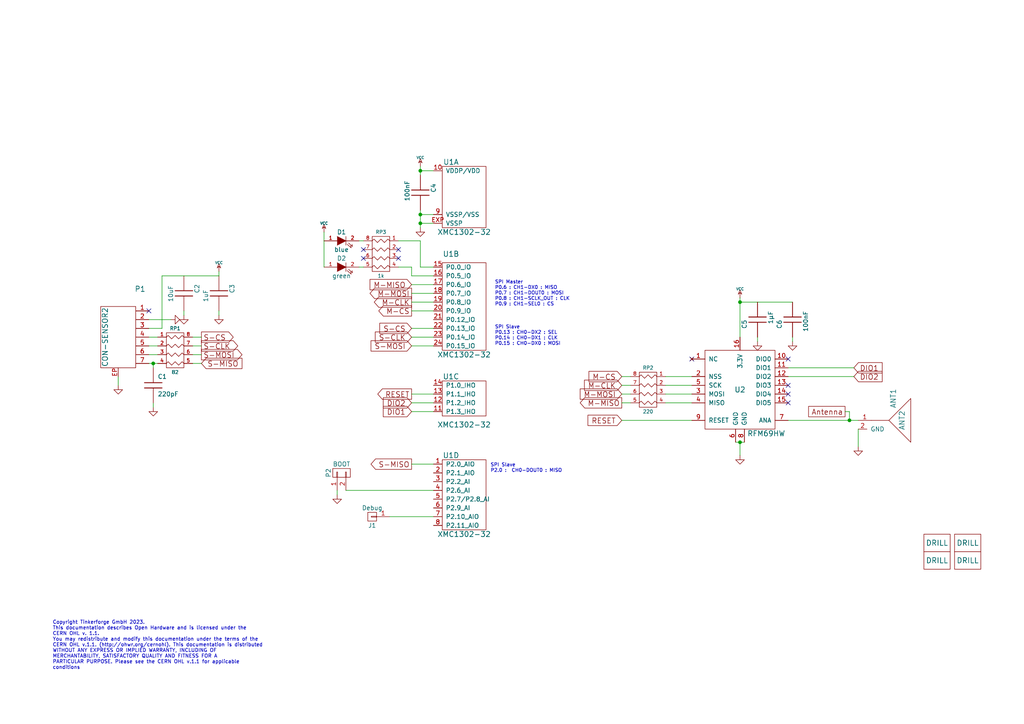
<source format=kicad_sch>
(kicad_sch (version 20211123) (generator eeschema)
  (paper "A4")
  (title_block (title "Remote Bricklet") (date "2023-01-27") (rev "2.0") (company "Tinkerforge GmbH") (comment 1 "Licensed under CERN OHL v.1.1") (comment 2 "Copyright (©) 2023, B.Nordmeyer <bastian@tinkerforge.com>"))
  (lib_symbols
    (symbol "tinkerforge:ANT2" (pin_names (offset 1.016))
      (property "Reference" "ANT" (at -6.35 3.81 0))
      (property "Value" "ANT2" (at 0 6.35 0))
      (symbol "ANT2_0_1"
        (polyline (pts (xy 0 -2.54) (xy 0 2.54) (xy -6.35 8.89) (xy 6.35 8.89) (xy 0 2.54)))
      )
      (symbol "ANT2_1_1"
        (pin passive line (at 0 -6.35 90) (length 3.81) (name "~") (number "1"))
        (pin input line (at 2.54 -6.35 90) (length 2.54) (name "GND") (number "2"))
      )
    )
    (symbol "tinkerforge:C" (pin_numbers hide) (pin_names (offset 0.254))
      (property "Reference" "C" (at 1.27 2.54 0))
      (property "Value" "C" (at 1.27 -2.54 0))
      (symbol "C_0_1"
        (polyline (pts (xy -2.54 -0.762) (xy 2.54 -0.762)) (stroke (width 0.254)))
        (polyline (pts (xy -2.54 0.762) (xy 2.54 0.762)) (stroke (width 0.254)))
      )
      (symbol "C_1_1"
        (pin passive line (at 0 5.08 270) (length 4.318) (name "~") (number "1"))
        (pin passive line (at 0 -5.08 90) (length 4.318) (name "~") (number "2"))
      )
    )
    (symbol "tinkerforge:CON-SENSOR2" (pin_names (offset 1.016))
      (property "Reference" "P" (at -3.81 10.16 0))
      (property "Value" "CON-SENSOR2" (at 3.81 0 90))
      (symbol "CON-SENSOR2_0_1"
        (rectangle (start -5.08 8.89) (end 5.08 -8.89))
      )
      (symbol "CON-SENSOR2_1_1"
        (pin passive line (at -8.89 7.62 0) (length 3.81) (name "~") (number "1"))
        (pin passive line (at -8.89 5.08 0) (length 3.81) (name "~") (number "2"))
        (pin passive line (at -8.89 2.54 0) (length 3.81) (name "~") (number "3"))
        (pin passive line (at -8.89 0 0) (length 3.81) (name "~") (number "4"))
        (pin passive line (at -8.89 -2.54 0) (length 3.81) (name "~") (number "5"))
        (pin passive line (at -8.89 -5.08 0) (length 3.81) (name "~") (number "6"))
        (pin passive line (at -8.89 -7.62 0) (length 3.81) (name "~") (number "7"))
        (pin passive line (at 0 -11.43 90) (length 2.54) (name "~") (number "EP"))
      )
    )
    (symbol "tinkerforge:CONN_01X01" (pin_names (offset 1.016) hide)
      (property "Reference" "P" (at 0 2.54 0))
      (property "Value" "CONN_01X01" (at 2.54 0 90))
      (symbol "CONN_01X01_0_1"
        (rectangle (start -1.27 0.127) (end 0.254 -0.127))
        (rectangle (start -1.27 1.27) (end 1.27 -1.27))
      )
      (symbol "CONN_01X01_1_1"
        (pin passive line (at -5.08 0 0) (length 3.81) (name "P1") (number "1"))
      )
    )
    (symbol "tinkerforge:CONN_01X02" (pin_names (offset 1.016) hide)
      (property "Reference" "P" (at 0 3.81 0))
      (property "Value" "CONN_01X02" (at 2.54 0 90))
      (symbol "CONN_01X02_0_1"
        (rectangle (start -1.27 -1.143) (end 0.254 -1.397))
        (rectangle (start -1.27 1.397) (end 0.254 1.143))
        (rectangle (start -1.27 2.54) (end 1.27 -2.54))
      )
      (symbol "CONN_01X02_1_1"
        (pin passive line (at -5.08 1.27 0) (length 3.81) (name "P1") (number "1"))
        (pin passive line (at -5.08 -1.27 0) (length 3.81) (name "P2") (number "2"))
      )
    )
    (symbol "tinkerforge:DRILL" (pin_numbers hide) (pin_names (offset 0) hide)
      (property "Value" "DRILL" (at 0 0 0))
      (symbol "DRILL_0_1"
        (rectangle (start -3.81 2.54) (end 3.81 -2.54))
      )
    )
    (symbol "tinkerforge:GND" (power) (pin_names (offset 0))
      (property "Value" "GND" (at 0 -5.08 0))
      (symbol "GND_0_1"
        (polyline (pts (xy 0 0) (xy 0 -1.27) (xy 1.27 -1.27) (xy 0 -2.54) (xy -1.27 -1.27) (xy 0 -1.27)))
      )
      (symbol "GND_1_1"
        (pin power_in line (at 0 0 270) (length 0) hide (name "GND") (number "1"))
      )
    )
    (symbol "tinkerforge:LED" (pin_names (offset 1.016) hide)
      (property "Reference" "D" (at 0 2.54 0))
      (property "Value" "LED" (at 0 -2.54 0))
      (symbol "LED_0_1"
        (polyline (pts (xy 1.27 1.27) (xy 1.27 -1.27)))
        (polyline (pts (xy -1.27 1.27) (xy 1.27 0) (xy -1.27 -1.27)) (fill (type outline)))
        (polyline (pts (xy 1.651 -1.016) (xy 2.794 -2.032) (xy 2.667 -1.397)))
        (polyline (pts (xy 2.032 -0.635) (xy 3.175 -1.651) (xy 3.048 -1.016)))
      )
      (symbol "LED_1_1"
        (pin passive line (at -5.08 0 0) (length 3.81) (name "A") (number "1"))
        (pin passive line (at 5.08 0 180) (length 3.81) (name "K") (number "2"))
      )
    )
    (symbol "tinkerforge:RFM69HW" (pin_names (offset 1.016))
      (property "Reference" "U" (at -8.89 13.97 0))
      (property "Value" "RFM69HW" (at 7.62 -12.7 0))
      (symbol "RFM69HW_0_1"
        (rectangle (start -10.16 11.43) (end 10.16 -11.43))
      )
      (symbol "RFM69HW_1_1"
        (pin no_connect line (at -13.97 8.89 0) (length 3.81) (name "NC") (number "1"))
        (pin passive line (at 13.97 8.89 180) (length 3.81) (name "DIO0") (number "10"))
        (pin passive line (at 13.97 6.35 180) (length 3.81) (name "DIO1") (number "11"))
        (pin passive line (at 13.97 3.81 180) (length 3.81) (name "DIO2") (number "12"))
        (pin passive line (at 13.97 1.27 180) (length 3.81) (name "DIO3") (number "13"))
        (pin passive line (at 13.97 -1.27 180) (length 3.81) (name "DIO4") (number "14"))
        (pin passive line (at 13.97 -3.81 180) (length 3.81) (name "DIO5") (number "15"))
        (pin passive line (at 0 15.24 270) (length 3.81) (name "3.3V") (number "16"))
        (pin passive line (at -13.97 3.81 0) (length 3.81) (name "NSS") (number "2"))
        (pin passive line (at -13.97 -1.27 0) (length 3.81) (name "MOSI") (number "3"))
        (pin passive line (at -13.97 -3.81 0) (length 3.81) (name "MISO") (number "4"))
        (pin passive line (at -13.97 1.27 0) (length 3.81) (name "SCK") (number "5"))
        (pin passive line (at -1.27 -15.24 90) (length 3.81) (name "GND") (number "6"))
        (pin passive line (at 13.97 -8.89 180) (length 3.81) (name "ANA") (number "7"))
        (pin passive line (at 1.27 -15.24 90) (length 3.81) (name "GND") (number "8"))
        (pin passive line (at -13.97 -8.89 0) (length 3.81) (name "RESET") (number "9"))
      )
    )
    (symbol "tinkerforge:R_PACK4" (pin_names hide)
      (property "Reference" "RP" (at 0 11.43 0))
      (property "Value" "R_PACK4" (at 0 -1.27 0))
      (symbol "R_PACK4_0_1"
        (polyline (pts (xy -2.54 10.16) (xy -2.54 0) (xy 2.54 0) (xy 2.54 10.16) (xy -2.54 10.16)))
        (polyline (pts (xy -2.54 1.27) (xy -2.032 1.778) (xy -1.016 0.762) (xy 0 1.778) (xy 1.016 0.762) (xy 2.032 1.778) (xy 2.54 1.27)))
        (polyline (pts (xy -2.54 3.81) (xy -2.032 4.318) (xy -1.016 3.302) (xy 0 4.318) (xy 1.016 3.302) (xy 2.032 4.318) (xy 2.54 3.81)))
        (polyline (pts (xy -2.54 6.35) (xy -2.032 6.858) (xy -1.016 5.842) (xy 0 6.858) (xy 1.016 5.842) (xy 2.032 6.858) (xy 2.54 6.35)))
        (polyline (pts (xy -2.54 8.89) (xy -2.032 9.398) (xy -1.016 8.382) (xy 0 9.398) (xy 1.016 8.382) (xy 2.032 9.398) (xy 2.54 8.89)))
      )
      (symbol "R_PACK4_1_1"
        (pin passive line (at -5.08 8.89 0) (length 2.54) (name "P1") (number "1"))
        (pin passive line (at -5.08 6.35 0) (length 2.54) (name "P2") (number "2"))
        (pin passive line (at -5.08 3.81 0) (length 2.54) (name "P3") (number "3"))
        (pin passive line (at -5.08 1.27 0) (length 2.54) (name "P4") (number "4"))
        (pin passive line (at 5.08 1.27 180) (length 2.54) (name "R4") (number "5"))
        (pin passive line (at 5.08 3.81 180) (length 2.54) (name "R3") (number "6"))
        (pin passive line (at 5.08 6.35 180) (length 2.54) (name "R2") (number "7"))
        (pin passive line (at 5.08 8.89 180) (length 2.54) (name "R1") (number "8"))
      )
    )
    (symbol "tinkerforge:VCC" (power) (pin_names (offset 0))
      (property "Value" "VCC" (at 0 3.175 0))
      (symbol "VCC_0_0"
        (pin power_in line (at 0 0 90) (length 0) hide (name "VCC") (number "1"))
      )
      (symbol "VCC_0_1"
        (polyline (pts (xy 0 1.524) (xy 0 0)))
        (polyline (pts (xy 0 1.524) (xy 0.508 1.016) (xy 0 2.286) (xy -0.508 1.016) (xy 0 1.524) (xy 0 1.524)))
      )
    )
    (symbol "tinkerforge:XMC1XXX24" (pin_names (offset 1.016))
      (property "Reference" "U" (at -3.81 15.24 0))
      (property "Value" "XMC1XXX24" (at 0 -16.51 0))
      (symbol "XMC1XXX24_1_1"
        (rectangle (start -6.35 8.89) (end 6.35 -8.89))
        (pin passive line (at -8.89 7.62 0) (length 2.54) (name "VDDP/VDD") (number "10"))
        (pin passive line (at -8.89 -5.08 0) (length 2.54) (name "VSSP/VSS") (number "9"))
        (pin passive line (at -8.89 -7.62 0) (length 2.54) (name "VSSP") (number "EXP"))
      )
      (symbol "XMC1XXX24_2_1"
        (rectangle (start -6.35 12.7) (end 6.35 -12.7))
        (pin passive line (at -8.89 11.43 0) (length 2.54) (name "P0.0_IO") (number "15"))
        (pin passive line (at -8.89 8.89 0) (length 2.54) (name "P0.5_IO") (number "16"))
        (pin passive line (at -8.89 6.35 0) (length 2.54) (name "P0.6_IO") (number "17"))
        (pin passive line (at -8.89 3.81 0) (length 2.54) (name "P0.7_IO") (number "18"))
        (pin passive line (at -8.89 1.27 0) (length 2.54) (name "P0.8_IO") (number "19"))
        (pin passive line (at -8.89 -1.27 0) (length 2.54) (name "P0.9_IO") (number "20"))
        (pin passive line (at -8.89 -3.81 0) (length 2.54) (name "P0.12_IO") (number "21"))
        (pin passive line (at -8.89 -6.35 0) (length 2.54) (name "P0.13_IO") (number "22"))
        (pin passive line (at -8.89 -8.89 0) (length 2.54) (name "P0.14_IO") (number "23"))
        (pin passive line (at -8.89 -11.43 0) (length 2.54) (name "P0.15_IO") (number "24"))
      )
      (symbol "XMC1XXX24_3_1"
        (rectangle (start -6.35 5.08) (end 6.35 -5.08))
        (pin passive line (at -8.89 -3.81 0) (length 2.54) (name "P1.3_IHO") (number "11"))
        (pin passive line (at -8.89 -1.27 0) (length 2.54) (name "P1.2_IHO") (number "12"))
        (pin passive line (at -8.89 1.27 0) (length 2.54) (name "P1.1_IHO") (number "13"))
        (pin passive line (at -8.89 3.81 0) (length 2.54) (name "P1.0_IHO") (number "14"))
      )
      (symbol "XMC1XXX24_4_1"
        (rectangle (start -6.35 10.16) (end 6.35 -10.16))
        (pin passive line (at -8.89 8.89 0) (length 2.54) (name "P2.0_AIO") (number "1"))
        (pin passive line (at -8.89 6.35 0) (length 2.54) (name "P2.1_AIO") (number "2"))
        (pin passive line (at -8.89 3.81 0) (length 2.54) (name "P2.2_AI") (number "3"))
        (pin passive line (at -8.89 1.27 0) (length 2.54) (name "P2.6_AI") (number "4"))
        (pin passive line (at -8.89 -1.27 0) (length 2.54) (name "P2.7/P2.8_AI") (number "5"))
        (pin passive line (at -8.89 -3.81 0) (length 2.54) (name "P2.9_AI") (number "6"))
        (pin passive line (at -8.89 -6.35 0) (length 2.54) (name "P2.10_AIO") (number "7"))
        (pin passive line (at -8.89 -8.89 0) (length 2.54) (name "P2.11_AIO") (number "8"))
      )
    )
  )
  (junction (at 121.92 49.53))
  (junction (at 121.92 64.77))
  (junction (at 121.92 62.23))
  (junction (at 44.45 105.41))
  (junction (at 214.63 128.27))
  (junction (at 246.38 121.92))
  (junction (at 214.63 87.63))
  (no_connect (at 228.6 116.84))
  (no_connect (at 228.6 111.76))
  (no_connect (at 115.57 72.39))
  (no_connect (at 43.18 90.17))
  (no_connect (at 228.6 114.3))
  (no_connect (at 105.41 72.39))
  (no_connect (at 200.66 104.14))
  (no_connect (at 115.57 74.93))
  (no_connect (at 228.6 104.14))
  (no_connect (at 105.41 74.93))
  (wire (pts (xy 44.45 118.11) (xy 44.45 116.84)))
  (wire (pts (xy 246.38 121.92) (xy 248.92 121.92)))
  (wire (pts (xy 121.92 48.26) (xy 121.92 49.53)))
  (wire (pts (xy 228.6 121.92) (xy 246.38 121.92)))
  (wire (pts (xy 214.63 86.36) (xy 214.63 87.63)))
  (wire (pts (xy 121.92 64.77) (xy 121.92 62.23)))
  (wire (pts (xy 113.03 149.86) (xy 125.73 149.86)))
  (wire (pts (xy 125.73 97.79) (xy 119.38 97.79)))
  (wire (pts (xy 214.63 128.27) (xy 215.9 128.27)))
  (wire (pts (xy 58.42 105.41) (xy 55.88 105.41)))
  (wire (pts (xy 121.92 49.53) (xy 121.92 50.8)))
  (wire (pts (xy 248.92 129.54) (xy 248.92 124.46)))
  (wire (pts (xy 44.45 105.41) (xy 43.18 105.41)))
  (wire (pts (xy 45.72 100.33) (xy 43.18 100.33)))
  (wire (pts (xy 200.66 114.3) (xy 193.04 114.3)))
  (wire (pts (xy 214.63 128.27) (xy 214.63 132.08)))
  (wire (pts (xy 125.73 64.77) (xy 121.92 64.77)))
  (wire (pts (xy 46.99 80.01) (xy 63.5 80.01)))
  (wire (pts (xy 119.38 116.84) (xy 125.73 116.84)))
  (wire (pts (xy 125.73 49.53) (xy 121.92 49.53)))
  (wire (pts (xy 180.34 109.22) (xy 182.88 109.22)))
  (wire (pts (xy 125.73 119.38) (xy 119.38 119.38)))
  (wire (pts (xy 43.18 97.79) (xy 45.72 97.79)))
  (wire (pts (xy 34.29 111.76) (xy 34.29 109.22)))
  (wire (pts (xy 119.38 95.25) (xy 125.73 95.25)))
  (wire (pts (xy 182.88 111.76) (xy 180.34 111.76)))
  (wire (pts (xy 46.99 95.25) (xy 43.18 95.25)))
  (wire (pts (xy 180.34 121.92) (xy 200.66 121.92)))
  (wire (pts (xy 119.38 100.33) (xy 125.73 100.33)))
  (wire (pts (xy 125.73 80.01) (xy 119.38 80.01)))
  (wire (pts (xy 97.79 143.51) (xy 97.79 142.24)))
  (wire (pts (xy 200.66 109.22) (xy 193.04 109.22)))
  (wire (pts (xy 121.92 62.23) (xy 121.92 60.96)))
  (wire (pts (xy 119.38 77.47) (xy 115.57 77.47)))
  (wire (pts (xy 219.71 99.06) (xy 219.71 97.79)))
  (wire (pts (xy 58.42 100.33) (xy 55.88 100.33)))
  (wire (pts (xy 180.34 114.3) (xy 182.88 114.3)))
  (wire (pts (xy 104.14 77.47) (xy 105.41 77.47)))
  (wire (pts (xy 193.04 116.84) (xy 200.66 116.84)))
  (wire (pts (xy 45.72 105.41) (xy 44.45 105.41)))
  (wire (pts (xy 125.73 77.47) (xy 121.92 77.47)))
  (wire (pts (xy 53.34 91.44) (xy 53.34 90.17)))
  (wire (pts (xy 213.36 128.27) (xy 214.63 128.27)))
  (wire (pts (xy 229.87 99.06) (xy 229.87 97.79)))
  (wire (pts (xy 104.14 69.85) (xy 105.41 69.85)))
  (wire (pts (xy 228.6 106.68) (xy 247.65 106.68)))
  (wire (pts (xy 125.73 90.17) (xy 119.38 90.17)))
  (wire (pts (xy 125.73 85.09) (xy 119.38 85.09)))
  (wire (pts (xy 63.5 80.01) (xy 63.5 78.74)))
  (wire (pts (xy 119.38 134.62) (xy 125.73 134.62)))
  (wire (pts (xy 119.38 87.63) (xy 125.73 87.63)))
  (wire (pts (xy 214.63 87.63) (xy 214.63 97.79)))
  (wire (pts (xy 193.04 111.76) (xy 200.66 111.76)))
  (wire (pts (xy 43.18 92.71) (xy 49.53 92.71)))
  (wire (pts (xy 246.38 119.38) (xy 246.38 121.92)))
  (wire (pts (xy 121.92 66.04) (xy 121.92 64.77)))
  (wire (pts (xy 119.38 82.55) (xy 125.73 82.55)))
  (wire (pts (xy 100.33 142.24) (xy 125.73 142.24)))
  (wire (pts (xy 119.38 114.3) (xy 125.73 114.3)))
  (wire (pts (xy 228.6 109.22) (xy 247.65 109.22)))
  (wire (pts (xy 55.88 102.87) (xy 58.42 102.87)))
  (wire (pts (xy 125.73 62.23) (xy 121.92 62.23)))
  (wire (pts (xy 44.45 106.68) (xy 44.45 105.41)))
  (wire (pts (xy 121.92 69.85) (xy 115.57 69.85)))
  (wire (pts (xy 182.88 116.84) (xy 180.34 116.84)))
  (wire (pts (xy 214.63 87.63) (xy 229.87 87.63)))
  (wire (pts (xy 245.11 119.38) (xy 246.38 119.38)))
  (wire (pts (xy 43.18 102.87) (xy 45.72 102.87)))
  (wire (pts (xy 46.99 80.01) (xy 46.99 95.25)))
  (wire (pts (xy 121.92 77.47) (xy 121.92 69.85)))
  (wire (pts (xy 55.88 97.79) (xy 58.42 97.79)))
  (wire (pts (xy 119.38 80.01) (xy 119.38 77.47)))
  (wire (pts (xy 93.98 67.31) (xy 93.98 77.47)))
  (wire (pts (xy 63.5 91.44) (xy 63.5 90.17)))
  (text "SPI Slave\nP0.13 : CH0-DX2 : SEL\nP0.14 : CH0-DX1 : CLK\nP0.15 : CH0-DX0 : MOSI" (at 143.51 100.33 0) (effects (font (size 0.9906 0.9906)) (justify left bottom)))
  (text "Copyright Tinkerforge GmbH 2023.\nThis documentation describes Open Hardware and is licensed under the\nCERN OHL v. 1.1.\nYou may redistribute and modify this documentation under the terms of the\nCERN OHL v.1.1. (http://ohwr.org/cernohl). This documentation is distributed\nWITHOUT ANY EXPRESS OR IMPLIED WARRANTY, INCLUDING OF\nMERCHANTABILITY, SATISFACTORY QUALITY AND FITNESS FOR A\nPARTICULAR PURPOSE. Please see the CERN OHL v.1.1 for applicable\nconditions\n" (at 15.24 194.31 0) (effects (font (size 1.016 1.016)) (justify left bottom)))
  (text "SPI Master\nP0.6 : CH1-DX0 : MISO\nP0.7 : CH1-DOUT0 : MOSI\nP0.8 : CH1-SCLK_OUT : CLK\nP0.9 : CH1-SEL0 : CS" (at 143.51 88.9 0) (effects (font (size 0.9906 0.9906)) (justify left bottom)))
  (text "SPI Slave\nP2.0 :  CH0-DOUT0 : MISO" (at 142.24 137.16 0) (effects (font (size 0.9906 0.9906)) (justify left bottom)))
  (global_label "RESET" (shape input) (at 180.34 121.92 180) (effects (font (size 1.524 1.524))) (property "Intersheet References" "${INTERSHEET_REFS}" (effects hide)))
  (global_label "S-MOSI" (shape output) (at 58.42 102.87 0) (effects (font (size 1.524 1.524))) (property "Intersheet References" "${INTERSHEET_REFS}" (effects hide)))
  (global_label "M-CS" (shape input) (at 180.34 109.22 180) (effects (font (size 1.524 1.524))) (property "Intersheet References" "${INTERSHEET_REFS}" (effects hide)))
  (global_label "S-MOSI" (shape input) (at 119.38 100.33 180) (effects (font (size 1.524 1.524))) (property "Intersheet References" "${INTERSHEET_REFS}" (effects hide)))
  (global_label "S-CS" (shape input) (at 119.38 95.25 180) (effects (font (size 1.524 1.524))) (property "Intersheet References" "${INTERSHEET_REFS}" (effects hide)))
  (global_label "DIO2" (shape input) (at 247.65 109.22 0) (effects (font (size 1.524 1.524))) (property "Intersheet References" "${INTERSHEET_REFS}" (effects hide)))
  (global_label "DIO1" (shape input) (at 247.65 106.68 0) (effects (font (size 1.524 1.524))) (property "Intersheet References" "${INTERSHEET_REFS}" (effects hide)))
  (global_label "M-MOSI" (shape input) (at 180.34 114.3 180) (effects (font (size 1.524 1.524))) (property "Intersheet References" "${INTERSHEET_REFS}" (effects hide)))
  (global_label "S-MISO" (shape input) (at 58.42 105.41 0) (effects (font (size 1.524 1.524))) (property "Intersheet References" "${INTERSHEET_REFS}" (effects hide)))
  (global_label "S-CS" (shape output) (at 58.42 97.79 0) (effects (font (size 1.524 1.524))) (property "Intersheet References" "${INTERSHEET_REFS}" (effects hide)))
  (global_label "M-MISO" (shape input) (at 119.38 82.55 180) (effects (font (size 1.524 1.524))) (property "Intersheet References" "${INTERSHEET_REFS}" (effects hide)))
  (global_label "M-MISO" (shape output) (at 180.34 116.84 180) (effects (font (size 1.524 1.524))) (property "Intersheet References" "${INTERSHEET_REFS}" (effects hide)))
  (global_label "S-CLK" (shape output) (at 58.42 100.33 0) (effects (font (size 1.524 1.524))) (property "Intersheet References" "${INTERSHEET_REFS}" (effects hide)))
  (global_label "S-CLK" (shape input) (at 119.38 97.79 180) (effects (font (size 1.524 1.524))) (property "Intersheet References" "${INTERSHEET_REFS}" (effects hide)))
  (global_label "M-CLK" (shape input) (at 180.34 111.76 180) (effects (font (size 1.524 1.524))) (property "Intersheet References" "${INTERSHEET_REFS}" (effects hide)))
  (global_label "M-CLK" (shape output) (at 119.38 87.63 180) (effects (font (size 1.524 1.524))) (property "Intersheet References" "${INTERSHEET_REFS}" (effects hide)))
  (global_label "DIO2" (shape input) (at 119.38 116.84 180) (effects (font (size 1.524 1.524))) (property "Intersheet References" "${INTERSHEET_REFS}" (effects hide)))
  (global_label "Antenna" (shape passive) (at 245.11 119.38 180) (effects (font (size 1.524 1.524))) (property "Intersheet References" "${INTERSHEET_REFS}" (effects hide)))
  (global_label "DIO1" (shape input) (at 119.38 119.38 180) (effects (font (size 1.524 1.524))) (property "Intersheet References" "${INTERSHEET_REFS}" (effects hide)))
  (global_label "M-CS" (shape output) (at 119.38 90.17 180) (effects (font (size 1.524 1.524))) (property "Intersheet References" "${INTERSHEET_REFS}" (effects hide)))
  (global_label "RESET" (shape output) (at 119.38 114.3 180) (effects (font (size 1.524 1.524))) (property "Intersheet References" "${INTERSHEET_REFS}" (effects hide)))
  (global_label "S-MISO" (shape output) (at 119.38 134.62 180) (effects (font (size 1.524 1.524))) (property "Intersheet References" "${INTERSHEET_REFS}" (effects hide)))
  (global_label "M-MOSI" (shape output) (at 119.38 85.09 180) (effects (font (size 1.524 1.524))) (property "Intersheet References" "${INTERSHEET_REFS}" (effects hide)))
  (symbol (lib_id "tinkerforge:CON-SENSOR2") (at 34.29 97.79 0) (mirror y) (unit 1)
    (property "Reference" "P1" (at 40.64 83.82 0) (effects (font (size 1.524 1.524))))
    (property "Value" "CON-SENSOR2" (at 30.48 97.79 90) (effects (font (size 1.524 1.524))))
    (property "Footprint" "kicad-libraries:CON-SENSOR2" (effects hide))
  )
  (symbol (lib_id "tinkerforge:GND") (at 34.29 111.76 0) (unit 1)
    (property "Reference" "#PWR03" (effects hide))
    (property "Value" "GND" (effects hide))
  )
  (symbol (lib_id "tinkerforge:GND") (at 49.53 92.71 90) (unit 1)
    (property "Reference" "#PWR02" (effects hide))
    (property "Value" "GND" (effects hide))
  )
  (symbol (lib_id "tinkerforge:DRILL") (at 280.67 157.48 0) (unit 1)
    (property "Reference" "U5" (effects hide))
    (property "Value" "DRILL" (at 280.67 157.48 0) (effects (font (size 1.524 1.524))))
    (property "Footprint" "kicad-libraries:DRILL_NP" (effects hide))
  )
  (symbol (lib_id "tinkerforge:DRILL") (at 280.67 162.56 0) (unit 1)
    (property "Reference" "U6" (effects hide))
    (property "Value" "DRILL" (at 280.67 162.56 0) (effects (font (size 1.524 1.524))))
    (property "Footprint" "kicad-libraries:DRILL_NP" (effects hide))
  )
  (symbol (lib_id "tinkerforge:DRILL") (at 271.78 162.56 0) (unit 1)
    (property "Reference" "U4" (effects hide))
    (property "Value" "DRILL" (at 271.78 162.56 0) (effects (font (size 1.524 1.524))))
    (property "Footprint" "kicad-libraries:DRILL_NP" (effects hide))
  )
  (symbol (lib_id "tinkerforge:DRILL") (at 271.78 157.48 0) (unit 1)
    (property "Reference" "U3" (effects hide))
    (property "Value" "DRILL" (at 271.78 157.48 0) (effects (font (size 1.524 1.524))))
    (property "Footprint" "kicad-libraries:DRILL_NP" (effects hide))
  )
  (symbol (lib_id "tinkerforge:VCC") (at 63.5 78.74 0) (unit 1)
    (property "Reference" "#PWR01" (effects hide))
    (property "Value" "VCC" (at 63.5 76.2 0) (effects (font (size 0.762 0.762))))
  )
  (symbol (lib_id "tinkerforge:R_PACK4") (at 50.8 106.68 0) (unit 1)
    (property "Reference" "RP1" (at 50.8 95.25 0) (effects (font (size 1.016 1.016))))
    (property "Value" "82" (at 50.8 107.95 0) (effects (font (size 1.016 1.016))))
    (property "Footprint" "kicad-libraries:4X0402" (effects hide))
  )
  (symbol (lib_id "tinkerforge:RFM69HW") (at 214.63 113.03 0) (unit 1)
    (property "Reference" "U2" (at 214.63 113.03 0) (effects (font (size 1.524 1.524))))
    (property "Value" "RFM69HW" (at 222.25 125.73 0) (effects (font (size 1.524 1.524))))
    (property "Footprint" "kicad-libraries:RFM69HW" (effects hide))
  )
  (symbol (lib_id "tinkerforge:VCC") (at 214.63 86.36 0) (unit 1)
    (property "Reference" "#PWR04" (effects hide))
    (property "Value" "VCC" (at 214.63 83.82 0) (effects (font (size 0.762 0.762))))
  )
  (symbol (lib_id "tinkerforge:C") (at 219.71 92.71 180) (unit 1)
    (property "Reference" "C5" (at 215.9 92.71 90) (effects (justify left)))
    (property "Value" "1µF" (at 223.52 90.17 90) (effects (justify left)))
    (property "Footprint" "kicad-libraries:C0603F" (effects hide))
  )
  (symbol (lib_id "tinkerforge:C") (at 229.87 92.71 180) (unit 1)
    (property "Reference" "C6" (at 226.06 92.71 90) (effects (justify left)))
    (property "Value" "100nF" (at 233.68 90.17 90) (effects (justify left)))
    (property "Footprint" "kicad-libraries:C0603F" (effects hide))
  )
  (symbol (lib_id "tinkerforge:GND") (at 219.71 99.06 0) (unit 1)
    (property "Reference" "#PWR05" (effects hide))
    (property "Value" "GND" (effects hide))
  )
  (symbol (lib_id "tinkerforge:GND") (at 214.63 132.08 0) (unit 1)
    (property "Reference" "#PWR06" (effects hide))
    (property "Value" "GND" (effects hide))
  )
  (symbol (lib_id "tinkerforge:GND") (at 229.87 99.06 0) (unit 1)
    (property "Reference" "#PWR07" (effects hide))
    (property "Value" "GND" (effects hide))
  )
  (symbol (lib_id "tinkerforge:GND") (at 248.92 129.54 0) (unit 1)
    (property "Reference" "#PWR08" (effects hide))
    (property "Value" "GND" (effects hide))
  )
  (symbol (lib_id "tinkerforge:C") (at 44.45 111.76 0) (unit 1)
    (property "Reference" "C1" (at 45.72 109.22 0) (effects (justify left)))
    (property "Value" "220pF" (at 45.72 114.3 0) (effects (justify left)))
    (property "Footprint" "kicad-libraries:C0402F" (effects hide))
  )
  (symbol (lib_id "tinkerforge:GND") (at 44.45 118.11 0) (unit 1)
    (property "Reference" "#PWR09" (effects hide))
    (property "Value" "GND" (effects hide))
  )
  (symbol (lib_id "tinkerforge:C") (at 53.34 85.09 0) (unit 1)
    (property "Reference" "C2" (at 57.15 85.09 90) (effects (justify left)))
    (property "Value" "10uF" (at 49.53 87.63 90) (effects (justify left)))
    (property "Footprint" "kicad-libraries:C0805" (effects hide))
  )
  (symbol (lib_id "tinkerforge:C") (at 63.5 85.09 0) (unit 1)
    (property "Reference" "C3" (at 67.31 85.09 90) (effects (justify left)))
    (property "Value" "1uF" (at 59.69 87.63 90) (effects (justify left)))
    (property "Footprint" "kicad-libraries:C0603F" (effects hide))
  )
  (symbol (lib_id "tinkerforge:GND") (at 53.34 91.44 0) (unit 1)
    (property "Reference" "#PWR010" (effects hide))
    (property "Value" "GND" (effects hide))
  )
  (symbol (lib_id "tinkerforge:GND") (at 63.5 91.44 0) (unit 1)
    (property "Reference" "#PWR011" (effects hide))
    (property "Value" "GND" (effects hide))
  )
  (symbol (lib_id "tinkerforge:XMC1XXX24") (at 134.62 57.15 0) (unit 1)
    (property "Reference" "U1" (at 130.81 46.99 0) (effects (font (size 1.524 1.524))))
    (property "Value" "XMC1302-32" (at 134.62 67.31 0) (effects (font (size 1.524 1.524))))
    (property "Footprint" "kicad-libraries:QFN24-4x4mm-0.5mm" (effects hide))
  )
  (symbol (lib_id "tinkerforge:C") (at 121.92 55.88 0) (unit 1)
    (property "Reference" "C4" (at 125.73 55.88 90) (effects (justify left)))
    (property "Value" "100nF" (at 118.11 58.42 90) (effects (justify left)))
    (property "Footprint" "kicad-libraries:C0603F" (effects hide))
  )
  (symbol (lib_id "tinkerforge:VCC") (at 121.92 48.26 0) (unit 1)
    (property "Reference" "#PWR012" (effects hide))
    (property "Value" "VCC" (at 121.92 45.72 0) (effects (font (size 0.762 0.762))))
  )
  (symbol (lib_id "tinkerforge:GND") (at 121.92 66.04 0) (unit 1)
    (property "Reference" "#PWR013" (effects hide))
    (property "Value" "GND" (effects hide))
  )
  (symbol (lib_id "tinkerforge:XMC1XXX24") (at 134.62 88.9 0) (unit 2)
    (property "Reference" "U1" (at 130.81 73.66 0) (effects (font (size 1.524 1.524))))
    (property "Value" "XMC1302-32" (at 134.62 102.87 0) (effects (font (size 1.524 1.524))))
    (property "Footprint" "kicad-libraries:QFN24-4x4mm-0.5mm" (effects hide))
  )
  (symbol (lib_id "tinkerforge:XMC1XXX24") (at 134.62 115.57 0) (unit 3)
    (property "Reference" "U1" (at 130.81 109.22 0) (effects (font (size 1.524 1.524))))
    (property "Value" "XMC1302-32" (at 134.62 123.19 0) (effects (font (size 1.524 1.524))))
    (property "Footprint" "kicad-libraries:QFN24-4x4mm-0.5mm" (effects hide))
  )
  (symbol (lib_id "tinkerforge:XMC1XXX24") (at 134.62 143.51 0) (unit 4)
    (property "Reference" "U1" (at 130.81 132.08 0) (effects (font (size 1.524 1.524))))
    (property "Value" "XMC1302-32" (at 134.62 154.94 0) (effects (font (size 1.524 1.524))))
    (property "Footprint" "kicad-libraries:QFN24-4x4mm-0.5mm" (effects hide))
  )
  (symbol (lib_id "tinkerforge:CONN_01X02") (at 99.06 137.16 90) (unit 1)
    (property "Reference" "P2" (at 95.25 137.16 0))
    (property "Value" "BOOT" (at 99.06 134.62 90))
    (property "Footprint" "kicad-libraries:SolderJumper" (effects hide))
  )
  (symbol (lib_id "tinkerforge:GND") (at 97.79 143.51 0) (unit 1)
    (property "Reference" "#PWR014" (effects hide))
    (property "Value" "GND" (effects hide))
  )
  (symbol (lib_id "tinkerforge:LED") (at 99.06 69.85 0) (unit 1)
    (property "Reference" "D1" (at 99.06 67.31 0))
    (property "Value" "blue" (at 99.06 72.39 0))
    (property "Footprint" "kicad-libraries:D0603F" (effects hide))
  )
  (symbol (lib_id "tinkerforge:VCC") (at 93.98 67.31 0) (unit 1)
    (property "Reference" "#PWR015" (effects hide))
    (property "Value" "VCC" (at 93.98 64.77 0) (effects (font (size 0.762 0.762))))
  )
  (symbol (lib_id "tinkerforge:R_PACK4") (at 187.96 118.11 0) (mirror y) (unit 1)
    (property "Reference" "RP2" (at 187.96 106.68 0) (effects (font (size 1.016 1.016))))
    (property "Value" "220" (at 187.96 119.38 0) (effects (font (size 1.016 1.016))))
    (property "Footprint" "kicad-libraries:4X0603" (effects hide))
  )
  (symbol (lib_id "tinkerforge:ANT2") (at 255.27 121.92 270) (unit 1)
    (property "Reference" "ANT1" (at 259.08 115.57 0) (effects (font (size 1.524 1.524))))
    (property "Value" "ANT2" (at 261.62 121.92 0) (effects (font (size 1.524 1.524))))
    (property "Footprint" "kicad-libraries:FT-004B" (effects hide))
  )
  (symbol (lib_id "tinkerforge:R_PACK4") (at 110.49 78.74 0) (mirror y) (unit 1)
    (property "Reference" "RP3" (at 110.49 67.31 0) (effects (font (size 1.016 1.016))))
    (property "Value" "1k" (at 110.49 80.01 0) (effects (font (size 1.016 1.016))))
    (property "Footprint" "kicad-libraries:4X0603" (effects hide))
  )
  (symbol (lib_id "tinkerforge:LED") (at 99.06 77.47 0) (unit 1)
    (property "Reference" "D2" (at 99.06 74.93 0))
    (property "Value" "green" (at 99.06 80.01 0))
    (property "Footprint" "kicad-libraries:D0603F" (effects hide))
  )
  (symbol (lib_id "tinkerforge:CONN_01X01") (at 107.95 149.86 180) (unit 1)
    (property "Reference" "J1" (at 107.95 152.4 0))
    (property "Value" "Debug" (at 107.95 147.32 0))
    (property "Footprint" "kicad-libraries:DEBUG_PAD" (effects hide))
  )
)
</source>
